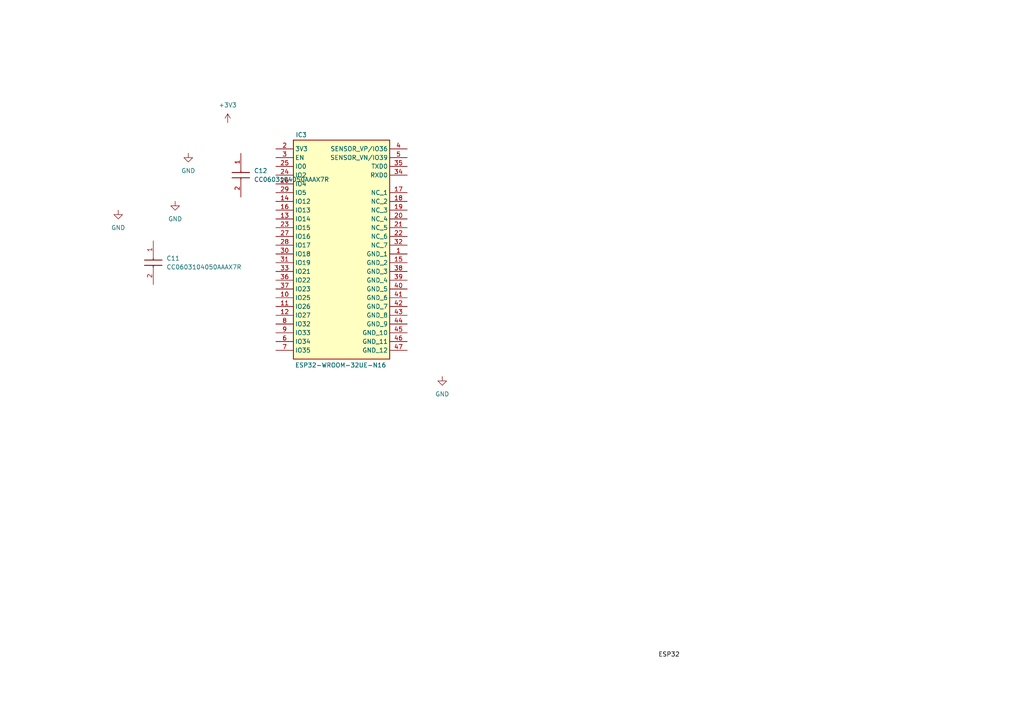
<source format=kicad_sch>
(kicad_sch (version 20250114) (generator "eeschema") (generator_version "9.0")
  (paper "A4")
  (lib_symbols
    (symbol "COMPONENTS:CC0603104050AAAX7R" (pin_names (hide yes))
      (property "Reference" "C" (at 4.826 4.572 0))
      (property "Value" "CC0603104050AAAX7R" (at -3.556 -3.556 0))
      (symbol "CC0603104050AAAX7R_1_1"
        (polyline (pts (xy 5.08 0) (xy 5.588 0)) (stroke (width 0.254)))
        (polyline (pts (xy 5.588 2.54) (xy 5.588 -2.54)) (stroke (width 0.254)))
        (polyline (pts (xy 7.112 2.54) (xy 7.112 -2.54)) (stroke (width 0.254)))
        (polyline (pts (xy 7.112 0) (xy 7.62 0)) (stroke (width 0.254)))
        (pin passive line (at 0 0 0) (length 5.08) (name "1") (number "1"))
        (pin passive line (at 12.7 0 180) (length 5.08) (name "2") (number "2"))
      )
    )
    (symbol "COMPONENTS:ESP32-WROOM-32UE-N16"
      (property "Reference" "IC" (at 5.334 2.032 0))
      (property "Value" "ESP32-WROOM-32UE-N16" (at 5.334 -64.516 0))
      (symbol "ESP32-WROOM-32UE-N16_1_1"
        (rectangle (start 5.08 0) (end 33.02 -63.5) (stroke (width 0.254)) (fill (type background)))
        (pin passive line (at 0 -2.54 0) (length 5.08) (name "3V3") (number "2"))
        (pin passive line (at 0 -5.08 0) (length 5.08) (name "EN") (number "3"))
        (pin bidirectional line (at 0 -7.62 0) (length 5.08) (name "IO0") (number "25"))
        (pin bidirectional line (at 0 -10.16 0) (length 5.08) (name "IO2") (number "24"))
        (pin bidirectional line (at 0 -12.7 0) (length 5.08) (name "IO4") (number "26"))
        (pin bidirectional line (at 0 -15.24 0) (length 5.08) (name "IO5") (number "29"))
        (pin bidirectional line (at 0 -17.78 0) (length 5.08) (name "IO12") (number "14"))
        (pin bidirectional line (at 0 -20.32 0) (length 5.08) (name "IO13") (number "16"))
        (pin bidirectional line (at 0 -22.86 0) (length 5.08) (name "IO14") (number "13"))
        (pin bidirectional line (at 0 -25.4 0) (length 5.08) (name "IO15") (number "23"))
        (pin bidirectional line (at 0 -27.94 0) (length 5.08) (name "IO16") (number "27"))
        (pin bidirectional line (at 0 -30.48 0) (length 5.08) (name "IO17") (number "28"))
        (pin bidirectional line (at 0 -33.02 0) (length 5.08) (name "IO18") (number "30"))
        (pin bidirectional line (at 0 -35.56 0) (length 5.08) (name "IO19") (number "31"))
        (pin bidirectional line (at 0 -38.1 0) (length 5.08) (name "IO21") (number "33"))
        (pin bidirectional line (at 0 -40.64 0) (length 5.08) (name "IO22") (number "36"))
        (pin bidirectional line (at 0 -43.18 0) (length 5.08) (name "IO23") (number "37"))
        (pin bidirectional line (at 0 -45.72 0) (length 5.08) (name "IO25") (number "10"))
        (pin bidirectional line (at 0 -48.26 0) (length 5.08) (name "IO26") (number "11"))
        (pin bidirectional line (at 0 -50.8 0) (length 5.08) (name "IO27") (number "12"))
        (pin bidirectional line (at 0 -53.34 0) (length 5.08) (name "IO32") (number "8"))
        (pin bidirectional line (at 0 -55.88 0) (length 5.08) (name "IO33") (number "9"))
        (pin bidirectional line (at 0 -58.42 0) (length 5.08) (name "IO34") (number "6"))
        (pin bidirectional line (at 0 -60.96 0) (length 5.08) (name "IO35") (number "7"))
        (pin input line (at 38.1 -2.54 180) (length 5.08) (name "SENSOR_VP/IO36") (number "4"))
        (pin input line (at 38.1 -5.08 180) (length 5.08) (name "SENSOR_VN/IO39") (number "5"))
        (pin passive line (at 38.1 -7.62 180) (length 5.08) (name "TXD0") (number "35"))
        (pin passive line (at 38.1 -10.16 180) (length 5.08) (name "RXD0") (number "34"))
        (pin passive line (at 38.1 -15.24 180) (length 5.08) (name "NC_1") (number "17"))
        (pin passive line (at 38.1 -17.78 180) (length 5.08) (name "NC_2") (number "18"))
        (pin passive line (at 38.1 -20.32 180) (length 5.08) (name "NC_3") (number "19"))
        (pin passive line (at 38.1 -22.86 180) (length 5.08) (name "NC_4") (number "20"))
        (pin passive line (at 38.1 -25.4 180) (length 5.08) (name "NC_5") (number "21"))
        (pin passive line (at 38.1 -27.94 180) (length 5.08) (name "NC_6") (number "22"))
        (pin passive line (at 38.1 -30.48 180) (length 5.08) (name "NC_7") (number "32"))
        (pin passive line (at 38.1 -33.02 180) (length 5.08) (name "GND_1") (number "1"))
        (pin passive line (at 38.1 -35.56 180) (length 5.08) (name "GND_2") (number "15"))
        (pin passive line (at 38.1 -38.1 180) (length 5.08) (name "GND_3") (number "38"))
        (pin passive line (at 38.1 -40.64 180) (length 5.08) (name "GND_4") (number "39"))
        (pin passive line (at 38.1 -43.18 180) (length 5.08) (name "GND_5") (number "40"))
        (pin passive line (at 38.1 -45.72 180) (length 5.08) (name "GND_6") (number "41"))
        (pin passive line (at 38.1 -48.26 180) (length 5.08) (name "GND_7") (number "42"))
        (pin passive line (at 38.1 -50.8 180) (length 5.08) (name "GND_8") (number "43"))
        (pin passive line (at 38.1 -53.34 180) (length 5.08) (name "GND_9") (number "44"))
        (pin passive line (at 38.1 -55.88 180) (length 5.08) (name "GND_10") (number "45"))
        (pin passive line (at 38.1 -58.42 180) (length 5.08) (name "GND_11") (number "46"))
        (pin passive line (at 38.1 -60.96 180) (length 5.08) (name "GND_12") (number "47"))
      )
    )
    (symbol "power:+3V3" (power) (pin_numbers (hide yes)) (pin_names (offset 0) (hide yes))
      (property "Value" "+3V3" (at 0 3.556 0))
      (symbol "+3V3_0_1"
        (polyline (pts (xy -0.762 1.27) (xy 0 2.54)))
        (polyline (pts (xy 0 2.54) (xy 0.762 1.27)))
        (polyline (pts (xy 0 0) (xy 0 2.54)))
      )
      (symbol "+3V3_1_1"
        (pin power_in line (at 0 0 90) (length 0) (name "~") (number "1"))
      )
    )
    (symbol "power:GND" (power) (pin_numbers (hide yes)) (pin_names (offset 0) (hide yes))
      (property "Value" "GND" (at 0 -3.81 0))
      (symbol "GND_0_1"
        (polyline (pts (xy 0 0) (xy 0 -1.27) (xy 1.27 -1.27) (xy 0 -2.54) (xy -1.27 -1.27) (xy 0 -1.27)))
      )
      (symbol "GND_1_1"
        (pin power_in line (at 0 0 270) (length 0) (name "~") (number "1"))
      )
    )
  )
  (text "ESP32" (exclude_from_sim yes) (at 194.056 189.992 0) (effects (font (size 1.27 1.27))))
  (symbol (lib_id "power:GND") (at 50.8 58.42 0) (unit 1)
    (property "Reference" "#PWR014" (effects (hide yes)))
    (property "Value" "GND" (at 50.8 63.5 0))
    (property "Description" "Power symbol creates a global label with name \"GND\" , ground" (effects (hide yes)))
  )
  (symbol (lib_id "power:GND") (at 54.61 44.45 0) (unit 1)
    (property "Reference" "#PWR013" (effects (hide yes)))
    (property "Value" "GND" (at 54.61 49.53 0))
    (property "Description" "Power symbol creates a global label with name \"GND\" , ground" (effects (hide yes)))
  )
  (symbol (lib_id "power:GND") (at 128.27 109.22 0) (unit 1)
    (property "Reference" "#PWR012" (effects (hide yes)))
    (property "Value" "GND" (at 128.27 114.3 0))
    (property "Description" "Power symbol creates a global label with name \"GND\" , ground" (effects (hide yes)))
  )
  (symbol (lib_id "COMPONENTS:CC0603104050AAAX7R") (at 44.45 69.85 270) (unit 1)
    (property "Reference" "C11" (at 48.26 74.9299 90) (effects (justify left)))
    (property "Value" "CC0603104050AAAX7R" (at 48.26 77.4699 90) (effects (justify left)))
    (property "Footprint" "COMPONENTS:CAP-0603" (effects (hide yes)))
    (property "Description" "Capacitor, Chip, 0603, 10µF, 50V, 10%, X7R, -55°C to 125°C, RoHS" (effects (hide yes)))
    (property "Manufacturer 1" "Yageo" (effects (hide yes)))
    (property "Manufacturer 1 P/N" "CC0603KRX7R9BB104" (effects (hide yes)))
    (property "Vendor 1a" "Mouser" (effects (hide yes)))
    (property "Vendor 1a P/N" "603-CC603KRX7R9BB104" (effects (hide yes)))
    (property "Vendor 1a Cost LV" "0.10" (effects (hide yes)))
    (property "Vendor 1a Cost HV" "0.012" (effects (hide yes)))
  )
  (symbol (lib_id "power:+3V3") (at 66.04 35.56 0) (unit 1)
    (property "Reference" "#PWR011" (effects (hide yes)))
    (property "Value" "+3V3" (at 66.04 30.48 0))
    (property "Description" "Power symbol creates a global label with name \"+3V3\"" (effects (hide yes)))
  )
  (symbol (lib_id "power:GND") (at 34.29 60.96 0) (unit 1)
    (property "Reference" "#PWR015" (effects (hide yes)))
    (property "Value" "GND" (at 34.29 66.04 0))
    (property "Description" "Power symbol creates a global label with name \"GND\" , ground" (effects (hide yes)))
  )
  (symbol (lib_id "COMPONENTS:ESP32-WROOM-32UE-N16") (at 80.01 40.64 0) (unit 1)
    (property "Reference" "IC3" (at 87.376 39.116 0))
    (property "Value" "ESP32-WROOM-32UE-N16" (at 98.806 105.918 0))
    (property "Footprint" "COMPONENTS:ESP32WROOM32UE" (effects (hide yes)))
    (property "Description" "Multiprotocol Modules, 16 MB SPI flash, IPEX antenna connector, -40°C to 85°C, RoHS" (effects (hide yes)))
    (property "Manufacturer 1" "Espressif" (effects (hide yes)))
    (property "Manufacturer 1 P/N" "ESP32-WROOM-32UE-N16" (effects (hide yes)))
    (property "Vendor 1a" "Mouser" (effects (hide yes)))
    (property "Vendor 1a P/N" "356-ESP32WRM32UE28UH" (effects (hide yes)))
    (property "Vendor 1a Cost LV" "6.71" (effects (hide yes)))
    (property "Vendor 1a Cost HV" "3.98" (effects (hide yes)))
  )
  (symbol (lib_id "COMPONENTS:CC0603104050AAAX7R") (at 69.85 44.45 270) (unit 1)
    (property "Reference" "C12" (at 73.66 49.5299 90) (effects (justify left)))
    (property "Value" "CC0603104050AAAX7R" (at 73.66 52.0699 90) (effects (justify left)))
    (property "Footprint" "COMPONENTS:CAP-0603" (effects (hide yes)))
    (property "Description" "Capacitor, Chip, 0603, 10µF, 50V, 10%, X7R, -55°C to 125°C, RoHS" (effects (hide yes)))
    (property "Manufacturer 1" "Yageo" (effects (hide yes)))
    (property "Manufacturer 1 P/N" "CC0603KRX7R9BB104" (effects (hide yes)))
    (property "Vendor 1a" "Mouser" (effects (hide yes)))
    (property "Vendor 1a P/N" "603-CC603KRX7R9BB104" (effects (hide yes)))
    (property "Vendor 1a Cost LV" "0.10" (effects (hide yes)))
    (property "Vendor 1a Cost HV" "0.012" (effects (hide yes)))
  )
)
</source>
